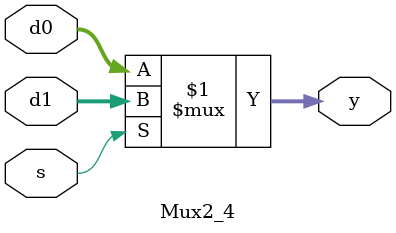
<source format=v>
`timescale 1ns / 1ps


module Mux2_4(
    input  [3:0] d0,       // 第一个4位输入
    input  [3:0] d1,       // 第二个4位输入
    input         s,        // 选择信号
    output [3:0] y         // 4位输出

    );

    assign y = s ? d1 : d0; // 当s=0时选择d0，当s=1时选择d1
endmodule

</source>
